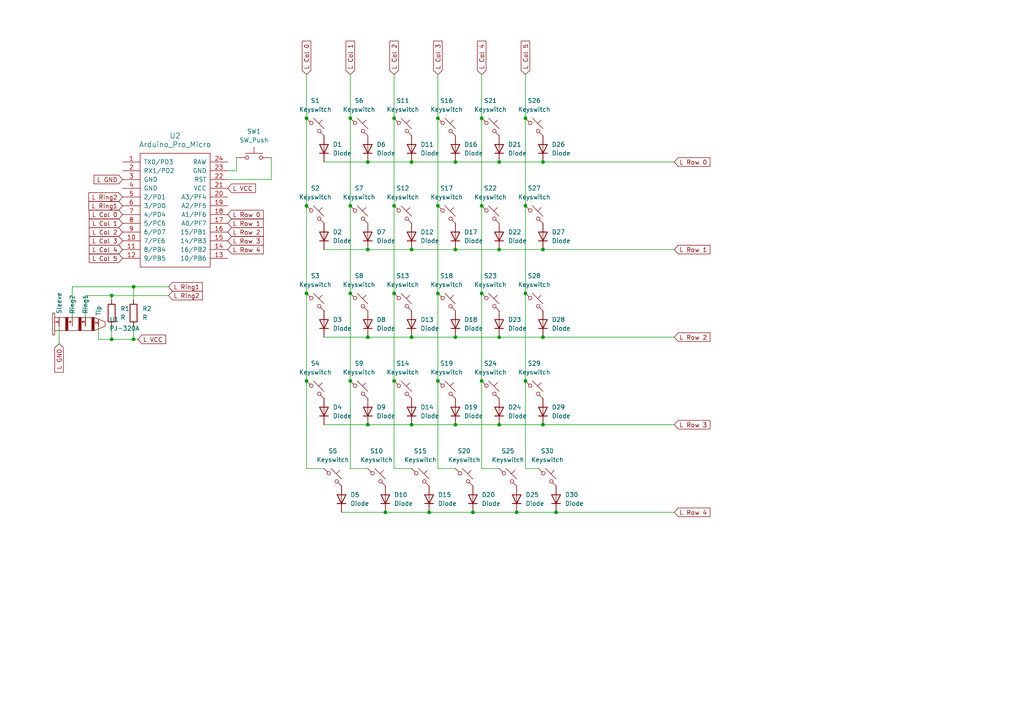
<source format=kicad_sch>
(kicad_sch (version 20250114) (generator "eeschema") (generator_version "9.0")
  (paper "A4")
  (lib_symbols
    (symbol "Device:R" (pin_numbers (hide yes)) (pin_names (offset 0))
      (property "Reference" "R" (at 2.032 0 90))
      (property "Value" "R" (at 0 0 90))
      (symbol "R_0_1"
        (rectangle (start -1.016 -2.54) (end 1.016 2.54) (stroke (width 0.254)))
      )
      (symbol "R_1_1"
        (pin passive line (at 0 3.81 270) (length 1.27) (name "~") (number "1"))
        (pin passive line (at 0 -3.81 90) (length 1.27) (name "~") (number "2"))
      )
    )
    (symbol "PJ-320A_Library:PJ-320A" (pin_names (offset 1.016))
      (property "Reference" "U" (at 0 -1.905 0))
      (property "Value" "PJ-320A" (at 0 0 0))
      (symbol "PJ-320A_0_1"
        (rectangle (start -3.175 1.27) (end 3.175 1.905))
        (polyline (pts (xy -1.905 13.335) (xy -0.635 16.51) (xy 0.635 16.51) (xy 1.905 13.335) (xy -1.905 13.335)))
        (rectangle (start -1.905 12.7) (end 1.905 13.335) (fill (type outline)))
        (rectangle (start -1.905 9.525) (end 1.905 12.7))
        (rectangle (start -1.905 8.89) (end 1.905 9.525) (fill (type outline)))
        (rectangle (start -1.905 5.715) (end 1.905 8.89))
        (rectangle (start -1.905 5.08) (end 1.905 5.715) (fill (type outline)))
        (rectangle (start -1.905 1.905) (end 1.905 5.08))
      )
      (symbol "PJ-320A_1_1"
        (pin bidirectional line (at 0.635 14.605 180) (length 2.0066) (name "Tip") (number "2"))
        (pin bidirectional line (at 0.635 10.795 180) (length 2.54) (name "Ring1") (number "3"))
        (pin bidirectional line (at 0.635 6.985 180) (length 2.54) (name "Ring2") (number "4"))
        (pin bidirectional line (at 0.635 3.175 180) (length 2.54) (name "Sleeve") (number "1"))
      )
    )
    (symbol "ScottKeebs:MCU_Arduino_Pro_Micro" (pin_names (offset 1.016))
      (property "Reference" "U" (at 0 0 0))
      (property "Value" "Arduino_Pro_Micro" (at 0 -19.05 0))
      (symbol "MCU_Arduino_Pro_Micro_0_1"
        (rectangle (start -10.16 16.51) (end 10.16 -16.51))
      )
      (symbol "MCU_Arduino_Pro_Micro_1_1"
        (pin input line (at -15.24 13.97 0) (length 5.08) (name "TX0/PD3") (number "1"))
        (pin input line (at -15.24 11.43 0) (length 5.08) (name "RX1/PD2") (number "2"))
        (pin input line (at -15.24 8.89 0) (length 5.08) (name "GND") (number "3"))
        (pin input line (at -15.24 6.35 0) (length 5.08) (name "GND") (number "4"))
        (pin input line (at -15.24 3.81 0) (length 5.08) (name "2/PD1") (number "5"))
        (pin input line (at -15.24 1.27 0) (length 5.08) (name "3/PD0") (number "6"))
        (pin input line (at -15.24 -1.27 0) (length 5.08) (name "4/PD4") (number "7"))
        (pin input line (at -15.24 -3.81 0) (length 5.08) (name "5/PC6") (number "8"))
        (pin input line (at -15.24 -6.35 0) (length 5.08) (name "6/PD7") (number "9"))
        (pin input line (at -15.24 -8.89 0) (length 5.08) (name "7/PE6") (number "10"))
        (pin input line (at -15.24 -11.43 0) (length 5.08) (name "8/PB4") (number "11"))
        (pin input line (at -15.24 -13.97 0) (length 5.08) (name "9/PB5") (number "12"))
        (pin input line (at 15.24 13.97 180) (length 5.08) (name "RAW") (number "24"))
        (pin input line (at 15.24 11.43 180) (length 5.08) (name "GND") (number "23"))
        (pin input line (at 15.24 8.89 180) (length 5.08) (name "RST") (number "22"))
        (pin input line (at 15.24 6.35 180) (length 5.08) (name "VCC") (number "21"))
        (pin input line (at 15.24 3.81 180) (length 5.08) (name "A3/PF4") (number "20"))
        (pin input line (at 15.24 1.27 180) (length 5.08) (name "A2/PF5") (number "19"))
        (pin input line (at 15.24 -1.27 180) (length 5.08) (name "A1/PF6") (number "18"))
        (pin input line (at 15.24 -3.81 180) (length 5.08) (name "A0/PF7") (number "17"))
        (pin input line (at 15.24 -6.35 180) (length 5.08) (name "15/PB1") (number "16"))
        (pin input line (at 15.24 -8.89 180) (length 5.08) (name "14/PB3") (number "15"))
        (pin input line (at 15.24 -11.43 180) (length 5.08) (name "16/PB2") (number "14"))
        (pin input line (at 15.24 -13.97 180) (length 5.08) (name "10/PB6") (number "13"))
      )
    )
    (symbol "ScottKeebs:Placeholder_Diode" (pin_numbers (hide yes)) (pin_names (hide yes))
      (property "Reference" "D" (at 0 2.54 0))
      (property "Value" "Diode" (at 0 -2.54 0))
      (symbol "Placeholder_Diode_0_1"
        (polyline (pts (xy -1.27 1.27) (xy -1.27 -1.27)) (stroke (width 0.254)))
        (polyline (pts (xy 1.27 1.27) (xy 1.27 -1.27) (xy -1.27 0) (xy 1.27 1.27)) (stroke (width 0.254)))
        (polyline (pts (xy 1.27 0) (xy -1.27 0)))
      )
      (symbol "Placeholder_Diode_1_1"
        (pin passive line (at -3.81 0 0) (length 2.54) (name "K") (number "1"))
        (pin passive line (at 3.81 0 180) (length 2.54) (name "A") (number "2"))
      )
    )
    (symbol "ScottKeebs:Placeholder_Keyswitch" (pin_numbers (hide yes)) (pin_names (offset 1.016) (hide yes))
      (property "Reference" "S" (at 3.048 1.016 0))
      (property "Value" "Keyswitch" (at 0 -3.81 0))
      (symbol "Placeholder_Keyswitch_0_1"
        (polyline (pts (xy -2.54 2.54) (xy -1.524 1.524) (xy -1.524 1.524)))
        (circle (center -1.1684 1.1684) (radius 0.508))
        (polyline (pts (xy -0.508 2.54) (xy 2.54 -0.508)))
        (polyline (pts (xy 1.016 1.016) (xy 2.032 2.032)))
        (circle (center 1.143 -1.1938) (radius 0.508))
        (polyline (pts (xy 1.524 -1.524) (xy 2.54 -2.54) (xy 2.54 -2.54) (xy 2.54 -2.54)))
        (pin passive line (at -2.54 2.54 0) (length 0) (name "1") (number "1"))
        (pin passive line (at 2.54 -2.54 180) (length 0) (name "2") (number "2"))
      )
    )
    (symbol "Switch:SW_Push" (pin_numbers (hide yes)) (pin_names (offset 1.016) (hide yes))
      (property "Reference" "SW" (at 1.27 2.54 0))
      (property "Value" "SW_Push" (at 0 -1.524 0))
      (symbol "SW_Push_0_1"
        (circle (center -2.032 0) (radius 0.508))
        (polyline (pts (xy 0 1.27) (xy 0 3.048)))
        (circle (center 2.032 0) (radius 0.508))
        (polyline (pts (xy 2.54 1.27) (xy -2.54 1.27)))
        (pin passive line (at -5.08 0 0) (length 2.54) (name "1") (number "1"))
        (pin passive line (at 5.08 0 180) (length 2.54) (name "2") (number "2"))
      )
    )
  )
  (junction (at 152.4 85.09))
  (junction (at 106.68 97.79))
  (junction (at 88.9 85.09))
  (junction (at 101.6 110.49))
  (junction (at 114.3 110.49))
  (junction (at 152.4 110.49))
  (junction (at 114.3 85.09))
  (junction (at 144.78 46.99))
  (junction (at 157.48 97.79))
  (junction (at 119.38 97.79))
  (junction (at 88.9 34.29))
  (junction (at 144.78 123.19))
  (junction (at 106.68 72.39))
  (junction (at 101.6 85.09))
  (junction (at 152.4 34.29))
  (junction (at 137.16 148.59))
  (junction (at 124.46 148.59))
  (junction (at 127 85.09))
  (junction (at 88.9 110.49))
  (junction (at 119.38 123.19))
  (junction (at 38.735 98.425))
  (junction (at 106.68 46.99))
  (junction (at 88.9 59.69))
  (junction (at 157.48 72.39))
  (junction (at 132.08 97.79))
  (junction (at 101.6 59.69))
  (junction (at 114.3 34.29))
  (junction (at 132.08 123.19))
  (junction (at 119.38 72.39))
  (junction (at 132.08 72.39))
  (junction (at 144.78 72.39))
  (junction (at 106.68 123.19))
  (junction (at 139.7 34.29))
  (junction (at 127 34.29))
  (junction (at 127 59.69))
  (junction (at 38.735 83.185))
  (junction (at 139.7 59.69))
  (junction (at 149.86 148.59))
  (junction (at 32.385 98.425))
  (junction (at 144.78 97.79))
  (junction (at 101.6 34.29))
  (junction (at 127 110.49))
  (junction (at 157.48 46.99))
  (junction (at 132.08 46.99))
  (junction (at 32.385 85.725))
  (junction (at 139.7 110.49))
  (junction (at 152.4 59.69))
  (junction (at 119.38 46.99))
  (junction (at 161.29 148.59))
  (junction (at 111.76 148.59))
  (junction (at 139.7 85.09))
  (junction (at 157.48 123.19))
  (junction (at 114.3 59.69))
  (no_connect (at 463.55 -68.58))
  (wire (pts (xy 88.9 85.09) (xy 88.9 110.49)))
  (wire (pts (xy 152.4 135.89) (xy 156.21 135.89)))
  (wire (pts (xy 111.76 148.59) (xy 124.46 148.59)))
  (wire (pts (xy 127 135.89) (xy 132.08 135.89)))
  (wire (pts (xy 32.385 85.725) (xy 32.385 86.995)))
  (wire (pts (xy 144.78 72.39) (xy 157.48 72.39)))
  (wire (pts (xy 124.46 148.59) (xy 137.16 148.59)))
  (wire (pts (xy 106.68 46.99) (xy 119.38 46.99)))
  (wire (pts (xy 157.48 123.19) (xy 195.58 123.19)))
  (wire (pts (xy 114.3 85.09) (xy 114.3 110.49)))
  (wire (pts (xy 132.08 123.19) (xy 144.78 123.19)))
  (wire (pts (xy 114.3 135.89) (xy 119.38 135.89)))
  (wire (pts (xy 17.145 94.615) (xy 17.145 99.695)))
  (wire (pts (xy 101.6 34.29) (xy 101.6 59.69)))
  (wire (pts (xy 139.7 34.29) (xy 139.7 59.69)))
  (wire (pts (xy 93.98 72.39) (xy 106.68 72.39)))
  (wire (pts (xy 24.765 94.615) (xy 24.765 85.725)))
  (wire (pts (xy 93.98 97.79) (xy 106.68 97.79)))
  (wire (pts (xy 195.58 97.79) (xy 157.48 97.79)))
  (wire (pts (xy 144.78 46.99) (xy 157.48 46.99)))
  (wire (pts (xy 161.29 148.59) (xy 149.86 148.59)))
  (wire (pts (xy 38.735 83.185) (xy 48.895 83.185)))
  (wire (pts (xy 38.735 83.185) (xy 38.735 86.995)))
  (wire (pts (xy 127 34.29) (xy 127 59.69)))
  (wire (pts (xy 139.7 135.89) (xy 144.78 135.89)))
  (wire (pts (xy 152.4 110.49) (xy 152.4 135.89)))
  (wire (pts (xy 114.3 110.49) (xy 114.3 135.89)))
  (wire (pts (xy 195.58 72.39) (xy 157.48 72.39)))
  (wire (pts (xy 114.3 21.59) (xy 114.3 34.29)))
  (wire (pts (xy 88.9 110.49) (xy 88.9 135.89)))
  (wire (pts (xy 119.38 97.79) (xy 132.08 97.79)))
  (wire (pts (xy 127 59.69) (xy 127 85.09)))
  (wire (pts (xy 139.7 85.09) (xy 139.7 110.49)))
  (wire (pts (xy 132.08 46.99) (xy 144.78 46.99)))
  (wire (pts (xy 152.4 21.59) (xy 152.4 34.29)))
  (wire (pts (xy 88.9 135.89) (xy 93.98 135.89)))
  (wire (pts (xy 101.6 110.49) (xy 101.6 135.89)))
  (wire (pts (xy 32.385 94.615) (xy 32.385 98.425)))
  (wire (pts (xy 24.765 85.725) (xy 32.385 85.725)))
  (wire (pts (xy 88.9 59.69) (xy 88.9 85.09)))
  (wire (pts (xy 132.08 97.79) (xy 144.78 97.79)))
  (wire (pts (xy 119.38 72.39) (xy 132.08 72.39)))
  (wire (pts (xy 20.955 83.185) (xy 38.735 83.185)))
  (wire (pts (xy 101.6 59.69) (xy 101.6 85.09)))
  (wire (pts (xy 106.68 123.19) (xy 119.38 123.19)))
  (wire (pts (xy 93.98 123.19) (xy 106.68 123.19)))
  (wire (pts (xy 106.68 97.79) (xy 119.38 97.79)))
  (wire (pts (xy 88.9 21.59) (xy 88.9 34.29)))
  (wire (pts (xy 78.74 52.07) (xy 78.74 45.72)))
  (wire (pts (xy 127 21.59) (xy 127 34.29)))
  (wire (pts (xy 32.385 85.725) (xy 48.895 85.725)))
  (wire (pts (xy 68.58 45.72) (xy 68.58 49.53)))
  (wire (pts (xy 20.955 94.615) (xy 20.955 83.185)))
  (wire (pts (xy 66.04 52.07) (xy 78.74 52.07)))
  (wire (pts (xy 144.78 97.79) (xy 157.48 97.79)))
  (wire (pts (xy 114.3 34.29) (xy 114.3 59.69)))
  (wire (pts (xy 114.3 59.69) (xy 114.3 85.09)))
  (wire (pts (xy 99.06 148.59) (xy 111.76 148.59)))
  (wire (pts (xy 28.575 98.425) (xy 28.575 94.615)))
  (wire (pts (xy 152.4 85.09) (xy 152.4 110.49)))
  (wire (pts (xy 101.6 135.89) (xy 106.68 135.89)))
  (wire (pts (xy 144.78 123.19) (xy 157.48 123.19)))
  (wire (pts (xy 127 110.49) (xy 127 135.89)))
  (wire (pts (xy 32.385 98.425) (xy 38.735 98.425)))
  (wire (pts (xy 101.6 85.09) (xy 101.6 110.49)))
  (wire (pts (xy 119.38 123.19) (xy 132.08 123.19)))
  (wire (pts (xy 93.98 46.99) (xy 106.68 46.99)))
  (wire (pts (xy 139.7 21.59) (xy 139.7 34.29)))
  (wire (pts (xy 68.58 49.53) (xy 66.04 49.53)))
  (wire (pts (xy 38.735 98.425) (xy 40.005 98.425)))
  (wire (pts (xy 38.735 94.615) (xy 38.735 98.425)))
  (wire (pts (xy 28.575 98.425) (xy 32.385 98.425)))
  (wire (pts (xy 195.58 148.59) (xy 161.29 148.59)))
  (wire (pts (xy 101.6 21.59) (xy 101.6 34.29)))
  (wire (pts (xy 152.4 34.29) (xy 152.4 59.69)))
  (wire (pts (xy 132.08 72.39) (xy 144.78 72.39)))
  (wire (pts (xy 127 85.09) (xy 127 110.49)))
  (wire (pts (xy 152.4 59.69) (xy 152.4 85.09)))
  (wire (pts (xy 119.38 46.99) (xy 132.08 46.99)))
  (wire (pts (xy 88.9 34.29) (xy 88.9 59.69)))
  (wire (pts (xy 106.68 72.39) (xy 119.38 72.39)))
  (wire (pts (xy 157.48 46.99) (xy 195.58 46.99)))
  (wire (pts (xy 139.7 59.69) (xy 139.7 85.09)))
  (wire (pts (xy 137.16 148.59) (xy 149.86 148.59)))
  (wire (pts (xy 139.7 110.49) (xy 139.7 135.89)))
  (global_label "L Ring2" (shape input) (at 35.56 57.15 180) (property "Intersheetrefs" "${INTERSHEET_REFS}" (effects (hide yes))))
  (global_label "L Row 2" (shape input) (at 66.04 67.31 0) (property "Intersheetrefs" "${INTERSHEET_REFS}" (effects (hide yes))))
  (global_label "L Row 4" (shape input) (at 66.04 72.39 0) (property "Intersheetrefs" "${INTERSHEET_REFS}" (effects (hide yes))))
  (global_label "L Col 0" (shape input) (at 35.56 62.23 180) (property "Intersheetrefs" "${INTERSHEET_REFS}" (effects (hide yes))))
  (global_label "L Col 3" (shape input) (at 35.56 69.85 180) (property "Intersheetrefs" "${INTERSHEET_REFS}" (effects (hide yes))))
  (global_label "L Row 0" (shape input) (at 195.58 46.99 0) (property "Intersheetrefs" "${INTERSHEET_REFS}" (effects (hide yes))))
  (global_label "L Col 5" (shape input) (at 152.4 21.59 90) (property "Intersheetrefs" "${INTERSHEET_REFS}" (effects (hide yes))))
  (global_label "L Col 0" (shape input) (at 88.9 21.59 90) (property "Intersheetrefs" "${INTERSHEET_REFS}" (effects (hide yes))))
  (global_label "L VCC" (shape input) (at 40.005 98.425 0) (property "Intersheetrefs" "${INTERSHEET_REFS}" (effects (hide yes))))
  (global_label "L Row 3" (shape input) (at 66.04 69.85 0) (property "Intersheetrefs" "${INTERSHEET_REFS}" (effects (hide yes))))
  (global_label "L GND" (shape input) (at 17.145 99.695 270) (property "Intersheetrefs" "${INTERSHEET_REFS}" (effects (hide yes))))
  (global_label "L Row 2" (shape input) (at 195.58 97.79 0) (property "Intersheetrefs" "${INTERSHEET_REFS}" (effects (hide yes))))
  (global_label "L Col 4" (shape input) (at 139.7 21.59 90) (property "Intersheetrefs" "${INTERSHEET_REFS}" (effects (hide yes))))
  (global_label "L VCC" (shape input) (at 66.04 54.61 0) (property "Intersheetrefs" "${INTERSHEET_REFS}" (effects (hide yes))))
  (global_label "L Col 2" (shape input) (at 35.56 67.31 180) (property "Intersheetrefs" "${INTERSHEET_REFS}" (effects (hide yes))))
  (global_label "L Row 0" (shape input) (at 66.04 62.23 0) (property "Intersheetrefs" "${INTERSHEET_REFS}" (effects (hide yes))))
  (global_label "L GND" (shape input) (at 35.56 52.07 180) (property "Intersheetrefs" "${INTERSHEET_REFS}" (effects (hide yes))))
  (global_label "L Ring1" (shape input) (at 48.895 83.185 0) (property "Intersheetrefs" "${INTERSHEET_REFS}" (effects (hide yes))))
  (global_label "L Row 1" (shape input) (at 195.58 72.39 0) (property "Intersheetrefs" "${INTERSHEET_REFS}" (effects (hide yes))))
  (global_label "L Row 3" (shape input) (at 195.58 123.19 0) (property "Intersheetrefs" "${INTERSHEET_REFS}" (effects (hide yes))))
  (global_label "L Ring1" (shape input) (at 35.56 59.69 180) (property "Intersheetrefs" "${INTERSHEET_REFS}" (effects (hide yes))))
  (global_label "L Row 1" (shape input) (at 66.04 64.77 0) (property "Intersheetrefs" "${INTERSHEET_REFS}" (effects (hide yes))))
  (global_label "L Ring2" (shape input) (at 48.895 85.725 0) (property "Intersheetrefs" "${INTERSHEET_REFS}" (effects (hide yes))))
  (global_label "L Row 4" (shape input) (at 195.58 148.59 0) (property "Intersheetrefs" "${INTERSHEET_REFS}" (effects (hide yes))))
  (global_label "L Col 2" (shape input) (at 114.3 21.59 90) (property "Intersheetrefs" "${INTERSHEET_REFS}" (effects (hide yes))))
  (global_label "L Col 4" (shape input) (at 35.56 72.39 180) (property "Intersheetrefs" "${INTERSHEET_REFS}" (effects (hide yes))))
  (global_label "L Col 1" (shape input) (at 101.6 21.59 90) (property "Intersheetrefs" "${INTERSHEET_REFS}" (effects (hide yes))))
  (global_label "L Col 3" (shape input) (at 127 21.59 90) (property "Intersheetrefs" "${INTERSHEET_REFS}" (effects (hide yes))))
  (global_label "L Col 1" (shape input) (at 35.56 64.77 180) (property "Intersheetrefs" "${INTERSHEET_REFS}" (effects (hide yes))))
  (global_label "L Col 5" (shape input) (at 35.56 74.93 180) (property "Intersheetrefs" "${INTERSHEET_REFS}" (effects (hide yes))))
  (symbol (lib_id "ScottKeebs:Placeholder_Diode") (at 93.98 68.58 90) (unit 1)
    (property "Reference" "D2" (at 96.52 67.3099 90) (effects (justify right)))
    (property "Value" "Diode" (at 96.52 69.8499 90) (effects (justify right)))
    (property "Footprint" "Diode_THT:D_DO-35_SOD27_P7.62mm_Horizontal" (effects (hide yes)))
    (property "Description" "1N4148 (DO-35) or 1N4148W (SOD-123)" (effects (hide yes)))
    (property "Sim.Device" "D" (effects (hide yes)))
    (property "Sim.Pins" "1=K 2=A" (effects (hide yes)))
  )
  (symbol (lib_id "ScottKeebs:Placeholder_Diode") (at 124.46 144.78 90) (unit 1)
    (property "Reference" "D15" (at 127 143.5099 90) (effects (justify right)))
    (property "Value" "Diode" (at 127 146.0499 90) (effects (justify right)))
    (property "Footprint" "Diode_THT:D_DO-35_SOD27_P7.62mm_Horizontal" (effects (hide yes)))
    (property "Description" "1N4148 (DO-35) or 1N4148W (SOD-123)" (effects (hide yes)))
    (property "Sim.Device" "D" (effects (hide yes)))
    (property "Sim.Pins" "1=K 2=A" (effects (hide yes)))
  )
  (symbol (lib_id "ScottKeebs:Placeholder_Keyswitch") (at 129.54 36.83 0) (unit 1)
    (property "Reference" "S16" (at 129.54 29.21 0))
    (property "Value" "Keyswitch" (at 129.54 31.75 0))
    (property "Footprint" "marbastlib-xp-choc:SW_choc_MxCombo_1u" (effects (hide yes)))
    (property "Description" "Push button switch, normally open, two pins, 45° tilted" (effects (hide yes)))
  )
  (symbol (lib_id "ScottKeebs:Placeholder_Diode") (at 157.48 68.58 90) (unit 1)
    (property "Reference" "D27" (at 160.02 67.3099 90) (effects (justify right)))
    (property "Value" "Diode" (at 160.02 69.8499 90) (effects (justify right)))
    (property "Footprint" "Diode_THT:D_DO-35_SOD27_P7.62mm_Horizontal" (effects (hide yes)))
    (property "Description" "1N4148 (DO-35) or 1N4148W (SOD-123)" (effects (hide yes)))
    (property "Sim.Device" "D" (effects (hide yes)))
    (property "Sim.Pins" "1=K 2=A" (effects (hide yes)))
  )
  (symbol (lib_id "ScottKeebs:Placeholder_Diode") (at 111.76 144.78 90) (unit 1)
    (property "Reference" "D10" (at 114.3 143.5099 90) (effects (justify right)))
    (property "Value" "Diode" (at 114.3 146.0499 90) (effects (justify right)))
    (property "Footprint" "Diode_THT:D_DO-35_SOD27_P7.62mm_Horizontal" (effects (hide yes)))
    (property "Description" "1N4148 (DO-35) or 1N4148W (SOD-123)" (effects (hide yes)))
    (property "Sim.Device" "D" (effects (hide yes)))
    (property "Sim.Pins" "1=K 2=A" (effects (hide yes)))
  )
  (symbol (lib_id "ScottKeebs:Placeholder_Keyswitch") (at 129.54 113.03 0) (unit 1)
    (property "Reference" "S19" (at 129.54 105.41 0))
    (property "Value" "Keyswitch" (at 129.54 107.95 0))
    (property "Footprint" "marbastlib-xp-choc:SW_choc_MxCombo_1u" (effects (hide yes)))
    (property "Description" "Push button switch, normally open, two pins, 45° tilted" (effects (hide yes)))
  )
  (symbol (lib_id "ScottKeebs:Placeholder_Keyswitch") (at 116.84 113.03 0) (unit 1)
    (property "Reference" "S14" (at 116.84 105.41 0))
    (property "Value" "Keyswitch" (at 116.84 107.95 0))
    (property "Footprint" "marbastlib-xp-choc:SW_choc_MxCombo_1u" (effects (hide yes)))
    (property "Description" "Push button switch, normally open, two pins, 45° tilted" (effects (hide yes)))
  )
  (symbol (lib_id "ScottKeebs:Placeholder_Diode") (at 106.68 119.38 90) (unit 1)
    (property "Reference" "D9" (at 109.22 118.1099 90) (effects (justify right)))
    (property "Value" "Diode" (at 109.22 120.6499 90) (effects (justify right)))
    (property "Footprint" "Diode_THT:D_DO-35_SOD27_P7.62mm_Horizontal" (effects (hide yes)))
    (property "Description" "1N4148 (DO-35) or 1N4148W (SOD-123)" (effects (hide yes)))
    (property "Sim.Device" "D" (effects (hide yes)))
    (property "Sim.Pins" "1=K 2=A" (effects (hide yes)))
  )
  (symbol (lib_id "ScottKeebs:Placeholder_Diode") (at 106.68 68.58 90) (unit 1)
    (property "Reference" "D7" (at 109.22 67.3099 90) (effects (justify right)))
    (property "Value" "Diode" (at 109.22 69.8499 90) (effects (justify right)))
    (property "Footprint" "Diode_THT:D_DO-35_SOD27_P7.62mm_Horizontal" (effects (hide yes)))
    (property "Description" "1N4148 (DO-35) or 1N4148W (SOD-123)" (effects (hide yes)))
    (property "Sim.Device" "D" (effects (hide yes)))
    (property "Sim.Pins" "1=K 2=A" (effects (hide yes)))
  )
  (symbol (lib_id "ScottKeebs:Placeholder_Keyswitch") (at 142.24 87.63 0) (unit 1)
    (property "Reference" "S23" (at 142.24 80.01 0))
    (property "Value" "Keyswitch" (at 142.24 82.55 0))
    (property "Footprint" "marbastlib-xp-choc:SW_choc_MxCombo_1u" (effects (hide yes)))
    (property "Description" "Push button switch, normally open, two pins, 45° tilted" (effects (hide yes)))
  )
  (symbol (lib_id "ScottKeebs:Placeholder_Diode") (at 132.08 43.18 90) (unit 1)
    (property "Reference" "D16" (at 134.62 41.9099 90) (effects (justify right)))
    (property "Value" "Diode" (at 134.62 44.4499 90) (effects (justify right)))
    (property "Footprint" "Diode_THT:D_DO-35_SOD27_P7.62mm_Horizontal" (effects (hide yes)))
    (property "Description" "1N4148 (DO-35) or 1N4148W (SOD-123)" (effects (hide yes)))
    (property "Sim.Device" "D" (effects (hide yes)))
    (property "Sim.Pins" "1=K 2=A" (effects (hide yes)))
  )
  (symbol (lib_id "ScottKeebs:Placeholder_Keyswitch") (at 116.84 62.23 0) (unit 1)
    (property "Reference" "S12" (at 116.84 54.61 0))
    (property "Value" "Keyswitch" (at 116.84 57.15 0))
    (property "Footprint" "marbastlib-xp-choc:SW_choc_MxCombo_1u" (effects (hide yes)))
    (property "Description" "Push button switch, normally open, two pins, 45° tilted" (effects (hide yes)))
  )
  (symbol (lib_id "ScottKeebs:Placeholder_Diode") (at 137.16 144.78 90) (unit 1)
    (property "Reference" "D20" (at 139.7 143.5099 90) (effects (justify right)))
    (property "Value" "Diode" (at 139.7 146.0499 90) (effects (justify right)))
    (property "Footprint" "Diode_THT:D_DO-35_SOD27_P7.62mm_Horizontal" (effects (hide yes)))
    (property "Description" "1N4148 (DO-35) or 1N4148W (SOD-123)" (effects (hide yes)))
    (property "Sim.Device" "D" (effects (hide yes)))
    (property "Sim.Pins" "1=K 2=A" (effects (hide yes)))
  )
  (symbol (lib_id "ScottKeebs:Placeholder_Diode") (at 157.48 119.38 90) (unit 1)
    (property "Reference" "D29" (at 160.02 118.1099 90) (effects (justify right)))
    (property "Value" "Diode" (at 160.02 120.6499 90) (effects (justify right)))
    (property "Footprint" "Diode_THT:D_DO-35_SOD27_P7.62mm_Horizontal" (effects (hide yes)))
    (property "Description" "1N4148 (DO-35) or 1N4148W (SOD-123)" (effects (hide yes)))
    (property "Sim.Device" "D" (effects (hide yes)))
    (property "Sim.Pins" "1=K 2=A" (effects (hide yes)))
  )
  (symbol (lib_id "ScottKeebs:Placeholder_Keyswitch") (at 104.14 62.23 0) (unit 1)
    (property "Reference" "S7" (at 104.14 54.61 0))
    (property "Value" "Keyswitch" (at 104.14 57.15 0))
    (property "Footprint" "marbastlib-xp-choc:SW_choc_MxCombo_1u" (effects (hide yes)))
    (property "Description" "Push button switch, normally open, two pins, 45° tilted" (effects (hide yes)))
  )
  (symbol (lib_id "ScottKeebs:Placeholder_Diode") (at 106.68 93.98 90) (unit 1)
    (property "Reference" "D8" (at 109.22 92.7099 90) (effects (justify right)))
    (property "Value" "Diode" (at 109.22 95.2499 90) (effects (justify right)))
    (property "Footprint" "Diode_THT:D_DO-35_SOD27_P7.62mm_Horizontal" (effects (hide yes)))
    (property "Description" "1N4148 (DO-35) or 1N4148W (SOD-123)" (effects (hide yes)))
    (property "Sim.Device" "D" (effects (hide yes)))
    (property "Sim.Pins" "1=K 2=A" (effects (hide yes)))
  )
  (symbol (lib_id "ScottKeebs:Placeholder_Diode") (at 144.78 43.18 90) (unit 1)
    (property "Reference" "D21" (at 147.32 41.9099 90) (effects (justify right)))
    (property "Value" "Diode" (at 147.32 44.4499 90) (effects (justify right)))
    (property "Footprint" "Diode_THT:D_DO-35_SOD27_P7.62mm_Horizontal" (effects (hide yes)))
    (property "Description" "1N4148 (DO-35) or 1N4148W (SOD-123)" (effects (hide yes)))
    (property "Sim.Device" "D" (effects (hide yes)))
    (property "Sim.Pins" "1=K 2=A" (effects (hide yes)))
  )
  (symbol (lib_id "PJ-320A_Library:PJ-320A") (at 13.97 93.98 270) (unit 1)
    (property "Reference" "U1" (at 31.75 92.7099 90) (effects (justify left)))
    (property "Value" "PJ-320A" (at 31.75 95.2499 90) (effects (justify left)))
    (property "Footprint" "PJ-320A_Library:PJ-320A" (effects (hide yes)))
  )
  (symbol (lib_id "ScottKeebs:Placeholder_Keyswitch") (at 154.94 36.83 0) (unit 1)
    (property "Reference" "S26" (at 154.94 29.21 0))
    (property "Value" "Keyswitch" (at 154.94 31.75 0))
    (property "Footprint" "marbastlib-xp-choc:SW_choc_MxCombo_1u" (effects (hide yes)))
    (property "Description" "Push button switch, normally open, two pins, 45° tilted" (effects (hide yes)))
  )
  (symbol (lib_id "ScottKeebs:Placeholder_Keyswitch") (at 104.14 113.03 0) (unit 1)
    (property "Reference" "S9" (at 104.14 105.41 0))
    (property "Value" "Keyswitch" (at 104.14 107.95 0))
    (property "Footprint" "marbastlib-xp-choc:SW_choc_MxCombo_1u" (effects (hide yes)))
    (property "Description" "Push button switch, normally open, two pins, 45° tilted" (effects (hide yes)))
  )
  (symbol (lib_id "ScottKeebs:Placeholder_Keyswitch") (at 91.44 87.63 0) (unit 1)
    (property "Reference" "S3" (at 91.44 80.01 0))
    (property "Value" "Keyswitch" (at 91.44 82.55 0))
    (property "Footprint" "marbastlib-xp-choc:SW_choc_MxCombo_1u" (effects (hide yes)))
    (property "Description" "Push button switch, normally open, two pins, 45° tilted" (effects (hide yes)))
  )
  (symbol (lib_id "ScottKeebs:Placeholder_Keyswitch") (at 154.94 113.03 0) (unit 1)
    (property "Reference" "S29" (at 154.94 105.41 0))
    (property "Value" "Keyswitch" (at 154.94 107.95 0))
    (property "Footprint" "marbastlib-xp-choc:SW_choc_MxCombo_1u" (effects (hide yes)))
    (property "Description" "Push button switch, normally open, two pins, 45° tilted" (effects (hide yes)))
  )
  (symbol (lib_id "ScottKeebs:Placeholder_Diode") (at 93.98 119.38 90) (unit 1)
    (property "Reference" "D4" (at 96.52 118.1099 90) (effects (justify right)))
    (property "Value" "Diode" (at 96.52 120.6499 90) (effects (justify right)))
    (property "Footprint" "Diode_THT:D_DO-35_SOD27_P7.62mm_Horizontal" (effects (hide yes)))
    (property "Description" "1N4148 (DO-35) or 1N4148W (SOD-123)" (effects (hide yes)))
    (property "Sim.Device" "D" (effects (hide yes)))
    (property "Sim.Pins" "1=K 2=A" (effects (hide yes)))
  )
  (symbol (lib_id "ScottKeebs:Placeholder_Keyswitch") (at 91.44 62.23 0) (unit 1)
    (property "Reference" "S2" (at 91.44 54.61 0))
    (property "Value" "Keyswitch" (at 91.44 57.15 0))
    (property "Footprint" "marbastlib-xp-choc:SW_choc_MxCombo_1u" (effects (hide yes)))
    (property "Description" "Push button switch, normally open, two pins, 45° tilted" (effects (hide yes)))
  )
  (symbol (lib_id "ScottKeebs:Placeholder_Diode") (at 132.08 68.58 90) (unit 1)
    (property "Reference" "D17" (at 134.62 67.3099 90) (effects (justify right)))
    (property "Value" "Diode" (at 134.62 69.8499 90) (effects (justify right)))
    (property "Footprint" "Diode_THT:D_DO-35_SOD27_P7.62mm_Horizontal" (effects (hide yes)))
    (property "Description" "1N4148 (DO-35) or 1N4148W (SOD-123)" (effects (hide yes)))
    (property "Sim.Device" "D" (effects (hide yes)))
    (property "Sim.Pins" "1=K 2=A" (effects (hide yes)))
  )
  (symbol (lib_id "ScottKeebs:Placeholder_Diode") (at 93.98 93.98 90) (unit 1)
    (property "Reference" "D3" (at 96.52 92.7099 90) (effects (justify right)))
    (property "Value" "Diode" (at 96.52 95.2499 90) (effects (justify right)))
    (property "Footprint" "Diode_THT:D_DO-35_SOD27_P7.62mm_Horizontal" (effects (hide yes)))
    (property "Description" "1N4148 (DO-35) or 1N4148W (SOD-123)" (effects (hide yes)))
    (property "Sim.Device" "D" (effects (hide yes)))
    (property "Sim.Pins" "1=K 2=A" (effects (hide yes)))
  )
  (symbol (lib_id "ScottKeebs:Placeholder_Keyswitch") (at 147.32 138.43 0) (unit 1)
    (property "Reference" "S25" (at 147.32 130.81 0))
    (property "Value" "Keyswitch" (at 147.32 133.35 0))
    (property "Footprint" "marbastlib-xp-choc:SW_choc_MxCombo_1u" (effects (hide yes)))
    (property "Description" "Push button switch, normally open, two pins, 45° tilted" (effects (hide yes)))
  )
  (symbol (lib_id "ScottKeebs:Placeholder_Diode") (at 161.29 144.78 90) (unit 1)
    (property "Reference" "D30" (at 163.83 143.5099 90) (effects (justify right)))
    (property "Value" "Diode" (at 163.83 146.0499 90) (effects (justify right)))
    (property "Footprint" "Diode_THT:D_DO-35_SOD27_P7.62mm_Horizontal" (effects (hide yes)))
    (property "Description" "1N4148 (DO-35) or 1N4148W (SOD-123)" (effects (hide yes)))
    (property "Sim.Device" "D" (effects (hide yes)))
    (property "Sim.Pins" "1=K 2=A" (effects (hide yes)))
  )
  (symbol (lib_id "ScottKeebs:Placeholder_Keyswitch") (at 104.14 87.63 0) (unit 1)
    (property "Reference" "S8" (at 104.14 80.01 0))
    (property "Value" "Keyswitch" (at 104.14 82.55 0))
    (property "Footprint" "marbastlib-xp-choc:SW_choc_MxCombo_1u" (effects (hide yes)))
    (property "Description" "Push button switch, normally open, two pins, 45° tilted" (effects (hide yes)))
  )
  (symbol (lib_id "ScottKeebs:MCU_Arduino_Pro_Micro") (at 50.8 60.96 0) (unit 1)
    (property "Reference" "U2" (at 50.8 39.37 0) (effects (font (size 1.524 1.524))))
    (property "Value" "Arduino_Pro_Micro" (at 50.8 41.91 0) (effects (font (size 1.524 1.524))))
    (property "Footprint" "ScottoKeebs_MCU:Arduino_Pro_Micro" (effects (hide yes)))
  )
  (symbol (lib_id "ScottKeebs:Placeholder_Keyswitch") (at 129.54 87.63 0) (unit 1)
    (property "Reference" "S18" (at 129.54 80.01 0))
    (property "Value" "Keyswitch" (at 129.54 82.55 0))
    (property "Footprint" "marbastlib-xp-choc:SW_choc_MxCombo_1u" (effects (hide yes)))
    (property "Description" "Push button switch, normally open, two pins, 45° tilted" (effects (hide yes)))
  )
  (symbol (lib_id "ScottKeebs:Placeholder_Diode") (at 144.78 68.58 90) (unit 1)
    (property "Reference" "D22" (at 147.32 67.3099 90) (effects (justify right)))
    (property "Value" "Diode" (at 147.32 69.8499 90) (effects (justify right)))
    (property "Footprint" "Diode_THT:D_DO-35_SOD27_P7.62mm_Horizontal" (effects (hide yes)))
    (property "Description" "1N4148 (DO-35) or 1N4148W (SOD-123)" (effects (hide yes)))
    (property "Sim.Device" "D" (effects (hide yes)))
    (property "Sim.Pins" "1=K 2=A" (effects (hide yes)))
  )
  (symbol (lib_id "ScottKeebs:Placeholder_Keyswitch") (at 154.94 87.63 0) (unit 1)
    (property "Reference" "S28" (at 154.94 80.01 0))
    (property "Value" "Keyswitch" (at 154.94 82.55 0))
    (property "Footprint" "marbastlib-xp-choc:SW_choc_MxCombo_1u" (effects (hide yes)))
    (property "Description" "Push button switch, normally open, two pins, 45° tilted" (effects (hide yes)))
  )
  (symbol (lib_id "ScottKeebs:Placeholder_Keyswitch") (at 91.44 113.03 0) (unit 1)
    (property "Reference" "S4" (at 91.44 105.41 0))
    (property "Value" "Keyswitch" (at 91.44 107.95 0))
    (property "Footprint" "marbastlib-xp-choc:SW_choc_MxCombo_1u" (effects (hide yes)))
    (property "Description" "Push button switch, normally open, two pins, 45° tilted" (effects (hide yes)))
  )
  (symbol (lib_id "ScottKeebs:Placeholder_Keyswitch") (at 142.24 36.83 0) (unit 1)
    (property "Reference" "S21" (at 142.24 29.21 0))
    (property "Value" "Keyswitch" (at 142.24 31.75 0))
    (property "Footprint" "marbastlib-xp-choc:SW_choc_MxCombo_1u" (effects (hide yes)))
    (property "Description" "Push button switch, normally open, two pins, 45° tilted" (effects (hide yes)))
  )
  (symbol (lib_id "ScottKeebs:Placeholder_Diode") (at 119.38 68.58 90) (unit 1)
    (property "Reference" "D12" (at 121.92 67.3099 90) (effects (justify right)))
    (property "Value" "Diode" (at 121.92 69.8499 90) (effects (justify right)))
    (property "Footprint" "Diode_THT:D_DO-35_SOD27_P7.62mm_Horizontal" (effects (hide yes)))
    (property "Description" "1N4148 (DO-35) or 1N4148W (SOD-123)" (effects (hide yes)))
    (property "Sim.Device" "D" (effects (hide yes)))
    (property "Sim.Pins" "1=K 2=A" (effects (hide yes)))
  )
  (symbol (lib_id "Device:R") (at 32.385 90.805 180) (unit 1)
    (property "Reference" "R1" (at 34.925 89.5349 0) (effects (justify right)))
    (property "Value" "R" (at 34.925 92.0749 0) (effects (justify right)))
    (property "Footprint" "Resistor_THT:R_Axial_DIN0204_L3.6mm_D1.6mm_P5.08mm_Horizontal" (effects (hide yes)))
    (property "Description" "Resistor" (effects (hide yes)))
  )
  (symbol (lib_id "ScottKeebs:Placeholder_Diode") (at 132.08 119.38 90) (unit 1)
    (property "Reference" "D19" (at 134.62 118.1099 90) (effects (justify right)))
    (property "Value" "Diode" (at 134.62 120.6499 90) (effects (justify right)))
    (property "Footprint" "Diode_THT:D_DO-35_SOD27_P7.62mm_Horizontal" (effects (hide yes)))
    (property "Description" "1N4148 (DO-35) or 1N4148W (SOD-123)" (effects (hide yes)))
    (property "Sim.Device" "D" (effects (hide yes)))
    (property "Sim.Pins" "1=K 2=A" (effects (hide yes)))
  )
  (symbol (lib_id "ScottKeebs:Placeholder_Keyswitch") (at 158.75 138.43 0) (unit 1)
    (property "Reference" "S30" (at 158.75 130.81 0))
    (property "Value" "Keyswitch" (at 158.75 133.35 0))
    (property "Footprint" "marbastlib-xp-choc:SW_choc_MxCombo_1u" (effects (hide yes)))
    (property "Description" "Push button switch, normally open, two pins, 45° tilted" (effects (hide yes)))
  )
  (symbol (lib_id "ScottKeebs:Placeholder_Keyswitch") (at 91.44 36.83 0) (unit 1)
    (property "Reference" "S1" (at 91.44 29.21 0))
    (property "Value" "Keyswitch" (at 91.44 31.75 0))
    (property "Footprint" "marbastlib-xp-choc:SW_choc_MxCombo_1u" (effects (hide yes)))
    (property "Description" "Push button switch, normally open, two pins, 45° tilted" (effects (hide yes)))
  )
  (symbol (lib_id "ScottKeebs:Placeholder_Diode") (at 99.06 144.78 90) (unit 1)
    (property "Reference" "D5" (at 101.6 143.5099 90) (effects (justify right)))
    (property "Value" "Diode" (at 101.6 146.0499 90) (effects (justify right)))
    (property "Footprint" "Diode_THT:D_DO-35_SOD27_P7.62mm_Horizontal" (effects (hide yes)))
    (property "Description" "1N4148 (DO-35) or 1N4148W (SOD-123)" (effects (hide yes)))
    (property "Sim.Device" "D" (effects (hide yes)))
    (property "Sim.Pins" "1=K 2=A" (effects (hide yes)))
  )
  (symbol (lib_id "ScottKeebs:Placeholder_Diode") (at 144.78 93.98 90) (unit 1)
    (property "Reference" "D23" (at 147.32 92.7099 90) (effects (justify right)))
    (property "Value" "Diode" (at 147.32 95.2499 90) (effects (justify right)))
    (property "Footprint" "Diode_THT:D_DO-35_SOD27_P7.62mm_Horizontal" (effects (hide yes)))
    (property "Description" "1N4148 (DO-35) or 1N4148W (SOD-123)" (effects (hide yes)))
    (property "Sim.Device" "D" (effects (hide yes)))
    (property "Sim.Pins" "1=K 2=A" (effects (hide yes)))
  )
  (symbol (lib_id "ScottKeebs:Placeholder_Diode") (at 149.86 144.78 90) (unit 1)
    (property "Reference" "D25" (at 152.4 143.5099 90) (effects (justify right)))
    (property "Value" "Diode" (at 152.4 146.0499 90) (effects (justify right)))
    (property "Footprint" "Diode_THT:D_DO-35_SOD27_P7.62mm_Horizontal" (effects (hide yes)))
    (property "Description" "1N4148 (DO-35) or 1N4148W (SOD-123)" (effects (hide yes)))
    (property "Sim.Device" "D" (effects (hide yes)))
    (property "Sim.Pins" "1=K 2=A" (effects (hide yes)))
  )
  (symbol (lib_id "ScottKeebs:Placeholder_Diode") (at 119.38 119.38 90) (unit 1)
    (property "Reference" "D14" (at 121.92 118.1099 90) (effects (justify right)))
    (property "Value" "Diode" (at 121.92 120.6499 90) (effects (justify right)))
    (property "Footprint" "Diode_THT:D_DO-35_SOD27_P7.62mm_Horizontal" (effects (hide yes)))
    (property "Description" "1N4148 (DO-35) or 1N4148W (SOD-123)" (effects (hide yes)))
    (property "Sim.Device" "D" (effects (hide yes)))
    (property "Sim.Pins" "1=K 2=A" (effects (hide yes)))
  )
  (symbol (lib_id "ScottKeebs:Placeholder_Keyswitch") (at 116.84 36.83 0) (unit 1)
    (property "Reference" "S11" (at 116.84 29.21 0))
    (property "Value" "Keyswitch" (at 116.84 31.75 0))
    (property "Footprint" "marbastlib-xp-choc:SW_choc_MxCombo_1u" (effects (hide yes)))
    (property "Description" "Push button switch, normally open, two pins, 45° tilted" (effects (hide yes)))
  )
  (symbol (lib_id "ScottKeebs:Placeholder_Diode") (at 157.48 93.98 90) (unit 1)
    (property "Reference" "D28" (at 160.02 92.7099 90) (effects (justify right)))
    (property "Value" "Diode" (at 160.02 95.2499 90) (effects (justify right)))
    (property "Footprint" "Diode_THT:D_DO-35_SOD27_P7.62mm_Horizontal" (effects (hide yes)))
    (property "Description" "1N4148 (DO-35) or 1N4148W (SOD-123)" (effects (hide yes)))
    (property "Sim.Device" "D" (effects (hide yes)))
    (property "Sim.Pins" "1=K 2=A" (effects (hide yes)))
  )
  (symbol (lib_id "ScottKeebs:Placeholder_Keyswitch") (at 154.94 62.23 0) (unit 1)
    (property "Reference" "S27" (at 154.94 54.61 0))
    (property "Value" "Keyswitch" (at 154.94 57.15 0))
    (property "Footprint" "marbastlib-xp-choc:SW_choc_MxCombo_1u" (effects (hide yes)))
    (property "Description" "Push button switch, normally open, two pins, 45° tilted" (effects (hide yes)))
  )
  (symbol (lib_id "Device:R") (at 38.735 90.805 180) (unit 1)
    (property "Reference" "R2" (at 41.275 89.5349 0) (effects (justify right)))
    (property "Value" "R" (at 41.275 92.0749 0) (effects (justify right)))
    (property "Footprint" "Resistor_THT:R_Axial_DIN0204_L3.6mm_D1.6mm_P5.08mm_Horizontal" (effects (hide yes)))
    (property "Description" "Resistor" (effects (hide yes)))
  )
  (symbol (lib_id "ScottKeebs:Placeholder_Diode") (at 119.38 93.98 90) (unit 1)
    (property "Reference" "D13" (at 121.92 92.7099 90) (effects (justify right)))
    (property "Value" "Diode" (at 121.92 95.2499 90) (effects (justify right)))
    (property "Footprint" "Diode_THT:D_DO-35_SOD27_P7.62mm_Horizontal" (effects (hide yes)))
    (property "Description" "1N4148 (DO-35) or 1N4148W (SOD-123)" (effects (hide yes)))
    (property "Sim.Device" "D" (effects (hide yes)))
    (property "Sim.Pins" "1=K 2=A" (effects (hide yes)))
  )
  (symbol (lib_id "ScottKeebs:Placeholder_Keyswitch") (at 134.62 138.43 0) (unit 1)
    (property "Reference" "S20" (at 134.62 130.81 0))
    (property "Value" "Keyswitch" (at 134.62 133.35 0))
    (property "Footprint" "marbastlib-xp-choc:SW_choc_MxCombo_1u" (effects (hide yes)))
    (property "Description" "Push button switch, normally open, two pins, 45° tilted" (effects (hide yes)))
  )
  (symbol (lib_id "ScottKeebs:Placeholder_Keyswitch") (at 116.84 87.63 0) (unit 1)
    (property "Reference" "S13" (at 116.84 80.01 0))
    (property "Value" "Keyswitch" (at 116.84 82.55 0))
    (property "Footprint" "marbastlib-xp-choc:SW_choc_MxCombo_1u" (effects (hide yes)))
    (property "Description" "Push button switch, normally open, two pins, 45° tilted" (effects (hide yes)))
  )
  (symbol (lib_id "Switch:SW_Push") (at 73.66 45.72 0) (unit 1)
    (property "Reference" "SW1" (at 73.66 38.1 0))
    (property "Value" "SW_Push" (at 73.66 40.64 0))
    (property "Footprint" "Button_Switch_THT:SW_PUSH_6mm" (effects (hide yes)))
    (property "Description" "Push button switch, generic, two pins" (effects (hide yes)))
  )
  (symbol (lib_id "ScottKeebs:Placeholder_Keyswitch") (at 142.24 113.03 0) (unit 1)
    (property "Reference" "S24" (at 142.24 105.41 0))
    (property "Value" "Keyswitch" (at 142.24 107.95 0))
    (property "Footprint" "marbastlib-xp-choc:SW_choc_MxCombo_1u" (effects (hide yes)))
    (property "Description" "Push button switch, normally open, two pins, 45° tilted" (effects (hide yes)))
  )
  (symbol (lib_id "ScottKeebs:Placeholder_Keyswitch") (at 142.24 62.23 0) (unit 1)
    (property "Reference" "S22" (at 142.24 54.61 0))
    (property "Value" "Keyswitch" (at 142.24 57.15 0))
    (property "Footprint" "marbastlib-xp-choc:SW_choc_MxCombo_1u" (effects (hide yes)))
    (property "Description" "Push button switch, normally open, two pins, 45° tilted" (effects (hide yes)))
  )
  (symbol (lib_id "ScottKeebs:Placeholder_Diode") (at 93.98 43.18 90) (unit 1)
    (property "Reference" "D1" (at 96.52 41.9099 90) (effects (justify right)))
    (property "Value" "Diode" (at 96.52 44.4499 90) (effects (justify right)))
    (property "Footprint" "Diode_THT:D_DO-35_SOD27_P7.62mm_Horizontal" (effects (hide yes)))
    (property "Description" "1N4148 (DO-35) or 1N4148W (SOD-123)" (effects (hide yes)))
    (property "Sim.Device" "D" (effects (hide yes)))
    (property "Sim.Pins" "1=K 2=A" (effects (hide yes)))
  )
  (symbol (lib_id "ScottKeebs:Placeholder_Diode") (at 106.68 43.18 90) (unit 1)
    (property "Reference" "D6" (at 109.22 41.9099 90) (effects (justify right)))
    (property "Value" "Diode" (at 109.22 44.4499 90) (effects (justify right)))
    (property "Footprint" "Diode_THT:D_DO-35_SOD27_P7.62mm_Horizontal" (effects (hide yes)))
    (property "Description" "1N4148 (DO-35) or 1N4148W (SOD-123)" (effects (hide yes)))
    (property "Sim.Device" "D" (effects (hide yes)))
    (property "Sim.Pins" "1=K 2=A" (effects (hide yes)))
  )
  (symbol (lib_id "ScottKeebs:Placeholder_Diode") (at 157.48 43.18 90) (unit 1)
    (property "Reference" "D26" (at 160.02 41.9099 90) (effects (justify right)))
    (property "Value" "Diode" (at 160.02 44.4499 90) (effects (justify right)))
    (property "Footprint" "Diode_THT:D_DO-35_SOD27_P7.62mm_Horizontal" (effects (hide yes)))
    (property "Description" "1N4148 (DO-35) or 1N4148W (SOD-123)" (effects (hide yes)))
    (property "Sim.Device" "D" (effects (hide yes)))
    (property "Sim.Pins" "1=K 2=A" (effects (hide yes)))
  )
  (symbol (lib_id "ScottKeebs:Placeholder_Diode") (at 119.38 43.18 90) (unit 1)
    (property "Reference" "D11" (at 121.92 41.9099 90) (effects (justify right)))
    (property "Value" "Diode" (at 121.92 44.4499 90) (effects (justify right)))
    (property "Footprint" "Diode_THT:D_DO-35_SOD27_P7.62mm_Horizontal" (effects (hide yes)))
    (property "Description" "1N4148 (DO-35) or 1N4148W (SOD-123)" (effects (hide yes)))
    (property "Sim.Device" "D" (effects (hide yes)))
    (property "Sim.Pins" "1=K 2=A" (effects (hide yes)))
  )
  (symbol (lib_id "ScottKeebs:Placeholder_Keyswitch") (at 96.52 138.43 0) (unit 1)
    (property "Reference" "S5" (at 96.52 130.81 0))
    (property "Value" "Keyswitch" (at 96.52 133.35 0))
    (property "Footprint" "marbastlib-xp-choc:SW_choc_MxCombo_1u" (effects (hide yes)))
    (property "Description" "Push button switch, normally open, two pins, 45° tilted" (effects (hide yes)))
  )
  (symbol (lib_id "ScottKeebs:Placeholder_Diode") (at 132.08 93.98 90) (unit 1)
    (property "Reference" "D18" (at 134.62 92.7099 90) (effects (justify right)))
    (property "Value" "Diode" (at 134.62 95.2499 90) (effects (justify right)))
    (property "Footprint" "Diode_THT:D_DO-35_SOD27_P7.62mm_Horizontal" (effects (hide yes)))
    (property "Description" "1N4148 (DO-35) or 1N4148W (SOD-123)" (effects (hide yes)))
    (property "Sim.Device" "D" (effects (hide yes)))
    (property "Sim.Pins" "1=K 2=A" (effects (hide yes)))
  )
  (symbol (lib_id "ScottKeebs:Placeholder_Diode") (at 144.78 119.38 90) (unit 1)
    (property "Reference" "D24" (at 147.32 118.1099 90) (effects (justify right)))
    (property "Value" "Diode" (at 147.32 120.6499 90) (effects (justify right)))
    (property "Footprint" "Diode_THT:D_DO-35_SOD27_P7.62mm_Horizontal" (effects (hide yes)))
    (property "Description" "1N4148 (DO-35) or 1N4148W (SOD-123)" (effects (hide yes)))
    (property "Sim.Device" "D" (effects (hide yes)))
    (property "Sim.Pins" "1=K 2=A" (effects (hide yes)))
  )
  (symbol (lib_id "ScottKeebs:Placeholder_Keyswitch") (at 104.14 36.83 0) (unit 1)
    (property "Reference" "S6" (at 104.14 29.21 0))
    (property "Value" "Keyswitch" (at 104.14 31.75 0))
    (property "Footprint" "marbastlib-xp-choc:SW_choc_MxCombo_1u" (effects (hide yes)))
    (property "Description" "Push button switch, normally open, two pins, 45° tilted" (effects (hide yes)))
  )
  (symbol (lib_id "ScottKeebs:Placeholder_Keyswitch") (at 121.92 138.43 0) (unit 1)
    (property "Reference" "S15" (at 121.92 130.81 0))
    (property "Value" "Keyswitch" (at 121.92 133.35 0))
    (property "Footprint" "marbastlib-xp-choc:SW_choc_MxCombo_1u" (effects (hide yes)))
    (property "Description" "Push button switch, normally open, two pins, 45° tilted" (effects (hide yes)))
  )
  (symbol (lib_id "ScottKeebs:Placeholder_Keyswitch") (at 109.22 138.43 0) (unit 1)
    (property "Reference" "S10" (at 109.22 130.81 0))
    (property "Value" "Keyswitch" (at 109.22 133.35 0))
    (property "Footprint" "marbastlib-xp-choc:SW_choc_MxCombo_1u" (effects (hide yes)))
    (property "Description" "Push button switch, normally open, two pins, 45° tilted" (effects (hide yes)))
  )
  (symbol (lib_id "ScottKeebs:Placeholder_Keyswitch") (at 129.54 62.23 0) (unit 1)
    (property "Reference" "S17" (at 129.54 54.61 0))
    (property "Value" "Keyswitch" (at 129.54 57.15 0))
    (property "Footprint" "marbastlib-xp-choc:SW_choc_MxCombo_1u" (effects (hide yes)))
    (property "Description" "Push button switch, normally open, two pins, 45° tilted" (effects (hide yes)))
  )
)
</source>
